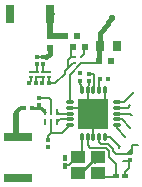
<source format=gbl>
%FSLAX24Y24*%
%MOIN*%
G70*
G01*
G75*
G04 Layer_Physical_Order=2*
G04 Layer_Color=16711680*
%ADD10R,0.0335X0.0157*%
%ADD11R,0.0118X0.0118*%
%ADD12R,0.0118X0.0118*%
%ADD13R,0.0295X0.0551*%
%ADD14R,0.0236X0.0197*%
%ADD15R,0.0354X0.0130*%
%ADD16R,0.0200X0.0250*%
%ADD17R,0.1437X0.1437*%
%ADD18O,0.0138X0.0315*%
%ADD19O,0.0315X0.0138*%
%ADD20C,0.0100*%
%ADD21C,0.0060*%
%ADD22C,0.0230*%
%ADD23O,0.0295X0.0118*%
%ADD24O,0.0118X0.0295*%
%ADD25R,0.1024X0.1024*%
%ADD26R,0.0472X0.0394*%
%ADD27R,0.0472X0.0394*%
%ADD28R,0.0098X0.0217*%
%ADD29R,0.0315X0.0630*%
%ADD30R,0.0118X0.0098*%
%ADD31C,0.0098*%
%ADD32R,0.0197X0.0118*%
%ADD33R,0.0118X0.0197*%
%ADD34R,0.0315X0.0354*%
%ADD35R,0.0945X0.0295*%
%ADD36R,0.0197X0.0236*%
%ADD37C,0.0150*%
%ADD38C,0.0200*%
%ADD39C,0.0120*%
D11*
X35486Y32401D02*
D03*
Y32637D02*
D03*
X37162Y29989D02*
D03*
Y29753D02*
D03*
X34450Y30418D02*
D03*
Y30182D02*
D03*
X35816Y32635D02*
D03*
Y32398D02*
D03*
X34150Y31818D02*
D03*
Y31582D02*
D03*
X34262Y32940D02*
D03*
Y33176D02*
D03*
X34062Y32940D02*
D03*
Y33176D02*
D03*
D12*
X33886Y31500D02*
D03*
X33650D02*
D03*
X36421Y32443D02*
D03*
X36185D02*
D03*
X34480Y32308D02*
D03*
X34244D02*
D03*
X34030D02*
D03*
X33794D02*
D03*
D14*
X36136Y33052D02*
D03*
X36530D02*
D03*
X35654Y33512D02*
D03*
X35260D02*
D03*
X34993Y33882D02*
D03*
X35386D02*
D03*
D20*
X35440Y29331D02*
X35520D01*
X36032Y29843D01*
X36109D01*
X34262Y33176D02*
X34274Y33188D01*
X34385D01*
X34035Y33176D02*
X34062D01*
X33886Y31500D02*
X34200D01*
X34350Y31350D01*
D21*
X35556Y32087D02*
Y32202D01*
X35486Y32273D02*
X35556Y32202D01*
X35486Y32273D02*
Y32401D01*
X35753Y32190D02*
X35816Y32252D01*
X35753Y32087D02*
Y32190D01*
X35816Y32252D02*
Y32398D01*
X36991Y29341D02*
X37143Y29492D01*
X35431Y29250D02*
X35487D01*
X37077Y29945D02*
X37245Y30114D01*
X35163Y32598D02*
X35552Y32987D01*
X36570Y34490D02*
X36593Y34513D01*
X35544Y33191D02*
X35636Y33282D01*
X35102Y33094D02*
X35193Y33186D01*
X35102Y32835D02*
Y33094D01*
X34998Y32732D02*
X35254Y32987D01*
X37245Y30114D02*
Y30234D01*
Y29994D02*
Y30114D01*
X35163Y31694D02*
Y32598D01*
X36991Y29213D02*
Y29341D01*
X37143Y29492D02*
Y29734D01*
X36939D02*
X37143D01*
X37239Y30240D02*
X37427D01*
X34450Y30418D02*
Y30550D01*
X36072Y32987D02*
X36136Y33052D01*
X35552Y32987D02*
X36072D01*
X36976Y31694D02*
X37301Y32018D01*
X36737Y31694D02*
X36976D01*
X34998Y32630D02*
Y32732D01*
X34480Y32308D02*
Y32520D01*
X34677Y32308D02*
X34998Y32630D01*
X35636Y33494D02*
X35654Y33512D01*
X35636Y33282D02*
Y33494D01*
X35193Y33186D02*
X35195Y33184D01*
X35193Y33186D02*
Y33445D01*
X35195Y33184D02*
X35347D01*
X35254Y32987D02*
X35347D01*
X35193Y33445D02*
X35260Y33512D01*
X35486Y32637D02*
X35515D01*
X35965Y32102D02*
Y32603D01*
X35934Y32635D02*
X35965Y32603D01*
X35816Y32635D02*
X35934D01*
X34480Y32308D02*
X34677D01*
X35950Y32087D02*
X35965Y32102D01*
X34262Y32520D02*
X34262Y32520D01*
X34062Y32520D02*
X34262D01*
X34150Y31818D02*
X34482D01*
X34547Y31753D01*
Y31350D02*
Y31753D01*
X36475Y29841D02*
X36700Y29616D01*
X36715Y29945D02*
X37077D01*
X36475Y29841D02*
Y30037D01*
X36357Y30155D02*
X36475Y30037D01*
X36595Y30065D02*
X36715Y29945D01*
X36595Y30065D02*
Y30119D01*
X36439Y30275D02*
X36595Y30119D01*
X36800Y30150D02*
X36803D01*
X36828Y30176D01*
X35753Y30247D02*
X35845Y30155D01*
X36218Y30275D02*
X36439D01*
X35845Y30155D02*
X36357D01*
X36147Y30346D02*
X36218Y30275D01*
X36147Y30346D02*
Y30513D01*
X36700Y29200D02*
Y29616D01*
X36344Y30513D02*
X36491D01*
X36828Y30176D01*
X36910Y31103D02*
X37185Y30828D01*
X36737Y31103D02*
X36910D01*
X36737Y30807D02*
X37010Y30535D01*
X36737Y30807D02*
Y30906D01*
X37162Y31300D02*
X37213Y31249D01*
X37220Y31242D01*
X37093Y31497D02*
X37181Y31584D01*
X36737Y31497D02*
X37093D01*
X36737Y31300D02*
X37162D01*
X34965Y29490D02*
X35052Y29577D01*
X35062D01*
X35062Y29577D01*
X35126D01*
X34965Y29490D02*
X34965D01*
X35126Y29577D02*
X35436Y29887D01*
X35556D01*
X36002Y29664D02*
X36100Y29762D01*
X35753Y30247D02*
Y30513D01*
X35950D02*
Y31300D01*
X34547Y30647D02*
X34903D01*
X34547D02*
Y31015D01*
X34903Y30647D02*
X35163Y30906D01*
X34450Y30550D02*
X34547Y30647D01*
X34744Y31015D02*
X34832Y31103D01*
X35163D01*
X34744Y31350D02*
X34794Y31300D01*
X35163D01*
X36100Y29250D02*
X36150Y29200D01*
X36700D01*
X35556Y29887D02*
Y30513D01*
X35753Y31497D02*
X35950Y31300D01*
X35163Y31497D02*
X35753D01*
X35950Y31300D02*
X36344Y31694D01*
Y32087D01*
X35753Y31497D02*
Y32087D01*
X36147D02*
Y32447D01*
X34062Y32697D02*
Y32940D01*
X34262Y32697D02*
Y32940D01*
X33862Y32520D02*
X33862Y32520D01*
Y32376D02*
Y32520D01*
X33794Y32308D02*
X33862Y32376D01*
Y32697D02*
X34062D01*
X34062Y33176D02*
X34262D01*
X34462Y32520D02*
X34480D01*
X34030Y32488D02*
X34062Y32520D01*
X34030Y32308D02*
Y32488D01*
X34244Y32308D02*
X34262Y32326D01*
Y32520D01*
X34062Y32697D02*
X34062Y32697D01*
X34262Y32697D02*
X34262Y32697D01*
X34462D01*
Y32326D02*
X34480Y32308D01*
X34462Y32520D02*
X34462Y32520D01*
D22*
X36570Y34490D02*
D03*
D23*
X35163Y31300D02*
D03*
X36737Y31694D02*
D03*
X35163Y30906D02*
D03*
Y31694D02*
D03*
Y31497D02*
D03*
X36737Y30906D02*
D03*
Y31103D02*
D03*
Y31300D02*
D03*
Y31497D02*
D03*
X35163Y31103D02*
D03*
D24*
X35556Y30513D02*
D03*
X35753D02*
D03*
X35950D02*
D03*
X36344Y32087D02*
D03*
X36147D02*
D03*
X35950D02*
D03*
X35753D02*
D03*
X35556D02*
D03*
X36147Y30513D02*
D03*
X36344D02*
D03*
D25*
X35950Y31300D02*
D03*
D26*
X36109Y29843D02*
D03*
X35440D02*
D03*
Y29331D02*
D03*
D27*
X36109D02*
D03*
D28*
X34744Y31015D02*
D03*
X34547D02*
D03*
X34350D02*
D03*
X34744Y31350D02*
D03*
X34547D02*
D03*
X34350D02*
D03*
D29*
X33161Y34617D02*
D03*
X34499D02*
D03*
D30*
X33862Y32697D02*
D03*
Y32520D02*
D03*
X34462Y32520D02*
D03*
Y32697D02*
D03*
X34262Y32697D02*
D03*
Y32520D02*
D03*
X34062Y32520D02*
D03*
Y32697D02*
D03*
D31*
X35347Y32994D02*
D03*
Y33191D02*
D03*
X35544Y32994D02*
D03*
Y33191D02*
D03*
D32*
X36991Y29213D02*
D03*
X36715D02*
D03*
D33*
X34994Y29560D02*
D03*
Y29835D02*
D03*
D34*
X36719Y33541D02*
D03*
X36168D02*
D03*
D35*
X33421Y29149D02*
D03*
Y30507D02*
D03*
D36*
X34489Y33483D02*
D03*
Y33876D02*
D03*
D37*
X36439Y34358D02*
X36570Y34490D01*
X36439Y34272D02*
Y34358D01*
X36168Y34002D02*
X36439Y34272D01*
X36168Y33541D02*
Y34002D01*
X36136Y33052D02*
Y33455D01*
X34385Y33188D02*
X34489Y33292D01*
Y33483D01*
D38*
X34987Y33876D02*
X34993Y33882D01*
X34489Y33876D02*
X34987D01*
X34489D02*
Y34549D01*
X34557Y34617D01*
X34513Y34381D02*
Y34532D01*
X33373Y30507D02*
Y31278D01*
D39*
X33532Y31500D02*
X33650D01*
X33373Y31341D02*
X33532Y31500D01*
X33373Y31278D02*
Y31341D01*
M02*

</source>
